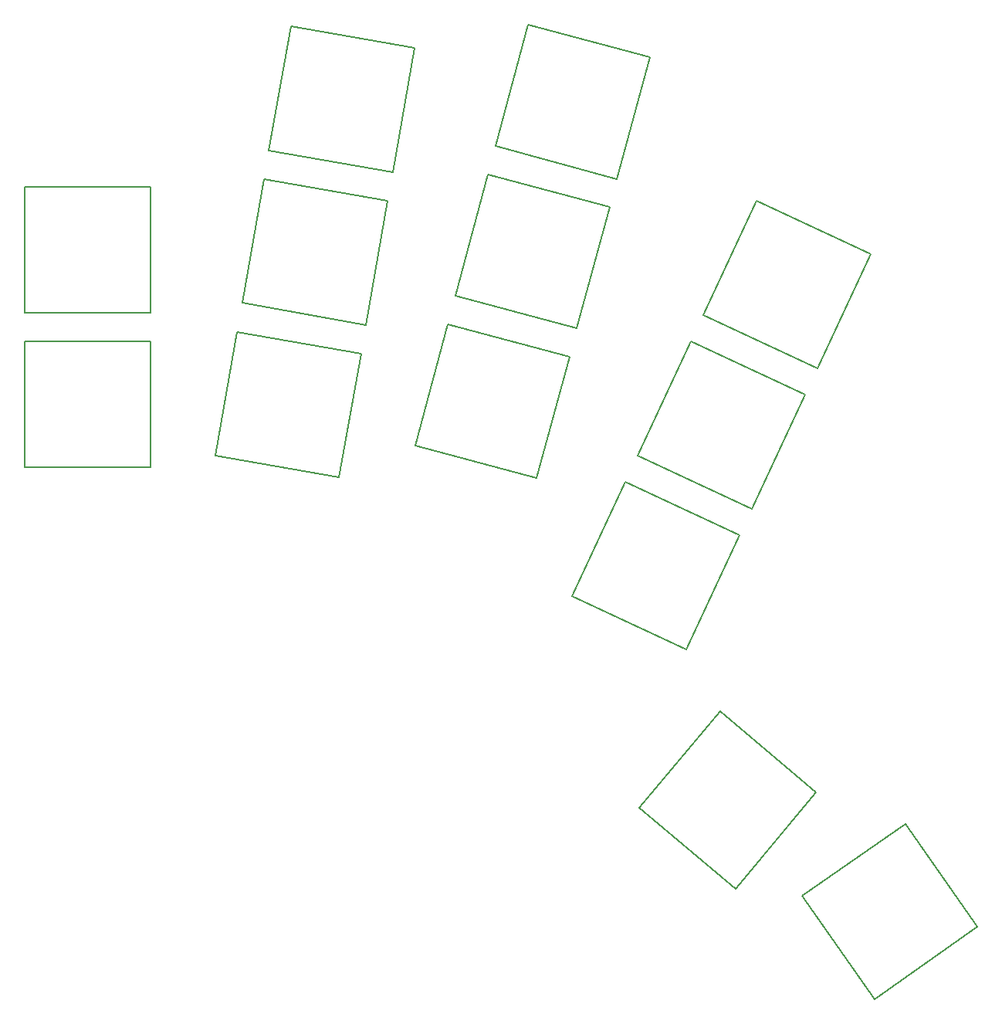
<source format=gm1>
G04 #@! TF.GenerationSoftware,KiCad,Pcbnew,8.0.8+1*
G04 #@! TF.CreationDate,2025-05-19T02:25:45+00:00*
G04 #@! TF.ProjectId,frontplate,66726f6e-7470-46c6-9174-652e6b696361,0.2*
G04 #@! TF.SameCoordinates,Original*
G04 #@! TF.FileFunction,Profile,NP*
%FSLAX46Y46*%
G04 Gerber Fmt 4.6, Leading zero omitted, Abs format (unit mm)*
G04 Created by KiCad (PCBNEW 8.0.8+1) date 2025-05-19 02:25:45*
%MOMM*%
%LPD*%
G01*
G04 APERTURE LIST*
G04 #@! TA.AperFunction,Profile*
%ADD10C,0.150000*%
G04 #@! TD*
G04 APERTURE END LIST*
D10*
X93100000Y-89900000D02*
X106900000Y-89900000D01*
X106900000Y-89900000D02*
X106900000Y-76100000D01*
X106900000Y-76100000D02*
X93100000Y-76100000D01*
X93100000Y-76100000D02*
X93100000Y-89900000D01*
X93100000Y-72900000D02*
X106900000Y-72900000D01*
X106900000Y-72900000D02*
X106900000Y-59100000D01*
X106900000Y-59100000D02*
X93100000Y-59100000D01*
X93100000Y-59100000D02*
X93100000Y-72900000D01*
X114006654Y-88597001D02*
X127597001Y-90993346D01*
X127597001Y-90993346D02*
X129993346Y-77402999D01*
X129993346Y-77402999D02*
X116402999Y-75006654D01*
X116402999Y-75006654D02*
X114006654Y-88597001D01*
X116958673Y-71855269D02*
X130549020Y-74251614D01*
X130549020Y-74251614D02*
X132945365Y-60661267D01*
X132945365Y-60661267D02*
X119355018Y-58264922D01*
X119355018Y-58264922D02*
X116958673Y-71855269D01*
X119910692Y-55113538D02*
X133501039Y-57509882D01*
X133501039Y-57509882D02*
X135897384Y-43919535D01*
X135897384Y-43919535D02*
X122307037Y-41523191D01*
X122307037Y-41523191D02*
X119910692Y-55113538D01*
X135953036Y-87513864D02*
X149282812Y-91085567D01*
X149282812Y-91085567D02*
X152854515Y-77755790D01*
X152854515Y-77755790D02*
X139524739Y-74184087D01*
X139524739Y-74184087D02*
X135953036Y-87513864D01*
X140352960Y-71093125D02*
X153682736Y-74664828D01*
X153682736Y-74664828D02*
X157254439Y-61335051D01*
X157254439Y-61335051D02*
X143924662Y-57763348D01*
X143924662Y-57763348D02*
X140352960Y-71093125D01*
X144752883Y-54672386D02*
X158082660Y-58244089D01*
X158082660Y-58244089D02*
X161654363Y-44914312D01*
X161654363Y-44914312D02*
X148324586Y-41342609D01*
X148324586Y-41342609D02*
X144752883Y-54672386D01*
X153184611Y-103981858D02*
X165691658Y-109813990D01*
X165691658Y-109813990D02*
X171523790Y-97306943D01*
X171523790Y-97306943D02*
X159016743Y-91474811D01*
X159016743Y-91474811D02*
X153184611Y-103981858D01*
X160369121Y-88574626D02*
X172876169Y-94406758D01*
X172876169Y-94406758D02*
X178708301Y-81899710D01*
X178708301Y-81899710D02*
X166201253Y-76067578D01*
X166201253Y-76067578D02*
X160369121Y-88574626D01*
X167553632Y-73167393D02*
X180060679Y-78999525D01*
X180060679Y-78999525D02*
X185892811Y-66492478D01*
X185892811Y-66492478D02*
X173385764Y-60660346D01*
X173385764Y-60660346D02*
X167553632Y-73167393D01*
X171065848Y-136098626D02*
X179936317Y-125527213D01*
X179936317Y-125527213D02*
X169364903Y-116656744D01*
X169364903Y-116656744D02*
X160494434Y-127228157D01*
X160494434Y-127228157D02*
X171065848Y-136098626D01*
X186326511Y-148158115D02*
X197630809Y-140242761D01*
X197630809Y-140242761D02*
X189715455Y-128938462D01*
X189715455Y-128938462D02*
X178411156Y-136853817D01*
X178411156Y-136853817D02*
X186326511Y-148158115D01*
M02*

</source>
